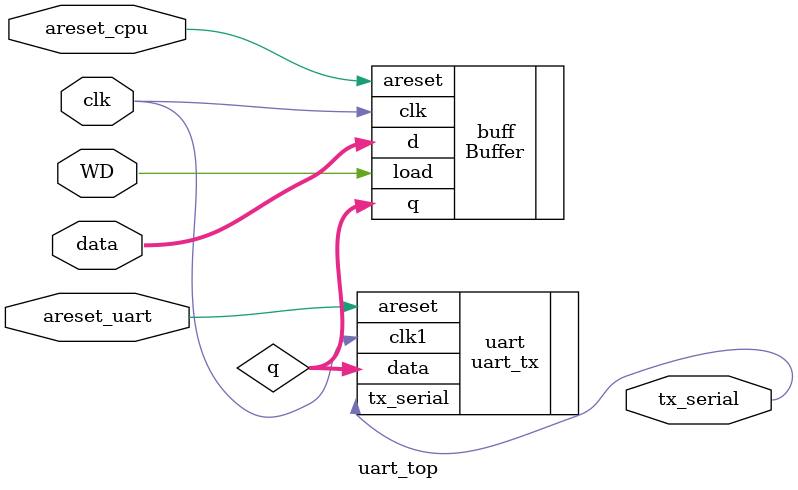
<source format=v>
module uart_top(
  input clk,areset_cpu,areset_uart,WD,
  input [7:0] data,
  output tx_serial
);

wire [7:0] q;

uart_tx uart (.areset(areset_uart),.clk1(clk),.data(q),.tx_serial(tx_serial));
Buffer buff (.areset(areset_cpu),.clk(clk),.load(WD),.d(data),.q(q));

endmodule

</source>
